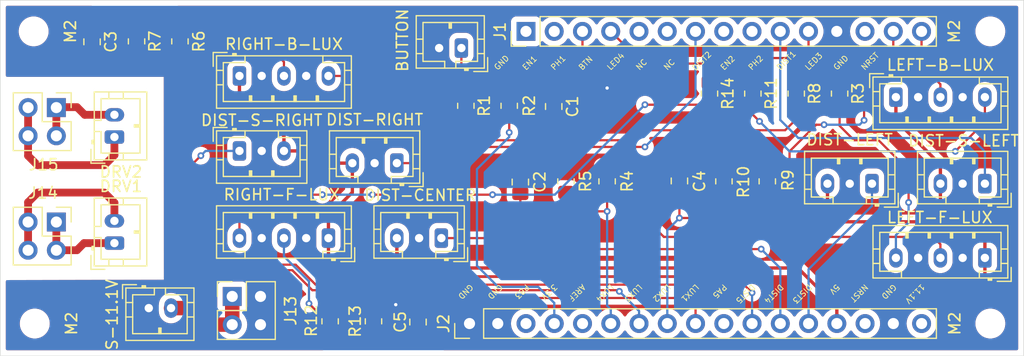
<source format=kicad_pcb>
(kicad_pcb (version 20241229) (generator "pcbnew") (generator_version "9.0")
  (title_block (title "MiniSumo Connectors Board") (date "2025-03-08") (rev "1") (company "Krzysztof Tomicki"))
  (layers (0 "F.Cu" signal) (2 "B.Cu" signal) (13 "F.Paste" user) (15 "B.Paste" user) (5 "F.SilkS" user "F.Silkscreen") (7 "B.SilkS" user "B.Silkscreen") (1 "F.Mask" user) (3 "B.Mask" user) (25 "Edge.Cuts" user))
  (net 0 "")
  (net 1 "GND")
  (net 2 "BUTTON")
  (net 3 "luxUP-3V3")
  (net 4 "luxDOWN-3V3")
  (net 5 "luxLEFT-3V3")
  (net 6 "luxRIGHT-3V3")
  (net 7 "DISTANCE_SIDE_LEFT")
  (net 8 "EN_RIGHT")
  (net 9 "DISTANCE_RIGHT")
  (net 10 "PHASE_LEFT")
  (net 11 "LED_LEFT_FRONT")
  (net 12 "EN_LEFT")
  (net 13 "LED_RIGHT_FRONT")
  (net 14 "NRST")
  (net 16 "LED_LEFT_BACK")
  (net 17 "PHASE_RIGHT")
  (net 19 "LED_RIGHT_BACK")
  (net 20 "+5V")
  (net 21 "+3V3")
  (net 22 "DISTANCE_SIDE_RIGHT")
  (net 23 "DISTANCE_LEFT")
  (net 24 "PB3")
  (net 25 "DISTANCE_CENTER")
  (net 26 "AREF")
  (net 27 "PA5")
  (net 28 "+11.1V")
  (net 29 "Net-(J8-Pin_1)")
  (net 30 "luxUP-5V")
  (net 31 "Net-(J9-Pin_5)")
  (net 32 "luxDOWN-5V")
  (net 33 "Net-(J10-Pin_5)")
  (net 34 "Net-(J11-Pin_5)")
  (net 35 "luxLEFT-5V")
  (net 36 "luxRIGHT-5V")
  (net 37 "Net-(J12-Pin_5)")
  (net 38 "DRV1_OUT1")
  (net 39 "DRV1_OUT2")
  (net 40 "DRV2_OUT2")
  (net 41 "DRV2_OUT1")
  (net 42 "unconnected-(J2-Pin_17-Pad17)")
  (footprint "Connector_JST:JST_PH_B3B-PH-K_1x03_P2.00mm_Vertical" (layer "F.Cu") (at 195.91 45.51 180)
    (property "Reference" "DIST-LEFT")
    (property "Value" "distance_left" (hide yes))
  )
  (footprint "Connector_PinHeader_2.54mm:PinHeader_2x02_P2.54mm_Vertical" (layer "F.Cu") (at 138.4 55.66)
    (property "Reference" "J13")
    (property "Value" "screw" (hide yes))
  )
  (footprint "Connector_PinHeader_2.54mm:PinHeader_2x02_P2.54mm_Vertical" (layer "F.Cu") (at 122.59 48.96 -90)
    (property "Reference" "J14")
    (property "Value" "screw" (hide yes))
  )
  (footprint "Connector_PinHeader_2.54mm:PinHeader_2x02_P2.54mm_Vertical" (layer "F.Cu") (at 122.59 38.66 -90)
    (property "Reference" "J15")
    (property "Value" "screw" (hide yes))
  )
  (footprint "Connector_JST:JST_PH_B5B-PH-K_1x05_P2.00mm_Vertical" (layer "F.Cu") (at 198.06 37.72)
    (property "Reference" "LEFT-B-LUX")
    (property "Value" "lux_left_back" (hide yes))
  )
  (footprint "Connector_JST:JST_PH_B5B-PH-K_1x05_P2.00mm_Vertical" (layer "F.Cu") (at 147.05 50.41 180)
    (property "Reference" "RIGHT-F-LUX")
    (property "Value" "lux_right_front" (hide yes))
  )
  (footprint "Resistor_SMD:R_0805_2012Metric_Pad1.20x1.40mm_HandSolder" (layer "F.Cu") (at 159.4 38.5 -90)
    (property "Reference" "R1")
    (property "Value" "1k")
  )
  (footprint "Capacitor_SMD:C_0805_2012Metric_Pad1.18x1.45mm_HandSolder" (layer "F.Cu") (at 167.3 38.5625 -90)
    (property "Reference" "C1")
    (property "Value" "100nF")
  )
  (footprint "Connector_PinHeader_2.54mm:PinHeader_1x17_P2.54mm_Vertical" (layer "F.Cu") (at 159.73 58.1 90)
    (property "Reference" "J2")
    (property "Value" "Screw_Terminal_01x17" (hide yes))
  )
  (footprint "Resistor_SMD:R_0805_2012Metric_Pad1.20x1.40mm_HandSolder" (layer "F.Cu") (at 147.2 57.9 -90)
    (property "Reference" "R12")
    (property "Value" "10k")
  )
  (footprint "Connector_JST:JST_PH_B2B-PH-K_1x02_P2.00mm_Vertical" (layer "F.Cu") (at 127.81 50.86 90)
    (property "Reference" "DRV1")
    (property "Value" "JST" (hide yes))
  )
  (footprint "Capacitor_SMD:C_0805_2012Metric_Pad1.18x1.45mm_HandSolder" (layer "F.Cu") (at 164.3 45.3625 90)
    (property "Reference" "C2")
    (property "Value" "100NF")
  )
  (footprint "Connector_PinHeader_2.54mm:PinHeader_1x15_P2.54mm_Vertical" (layer "F.Cu") (at 164.805 31.8 90)
    (property "Reference" "J1")
    (property "Value" "Screw_Terminal_01x15" (hide yes))
  )
  (footprint "MountingHole:MountingHole_2.2mm_M2" (layer "F.Cu") (at 120.65 58.1)
    (property "Reference" "M2")
    (property "Value" "MountingHole_2.2mm_M2" (hide yes))
  )
  (footprint "Connector_JST:JST_PH_B2B-PH-K_1x02_P2.00mm_Vertical" (layer "F.Cu") (at 159 33.3 180)
    (property "Reference" "BUTTON")
    (property "Value" "button" (hide yes))
  )
  (footprint "Capacitor_SMD:C_0805_2012Metric_Pad1.18x1.45mm_HandSolder" (layer "F.Cu") (at 155.1 57.9625 90)
    (property "Reference" "C5")
    (property "Value" "100NF")
  )
  (footprint "Connector_JST:JST_PH_B3B-PH-K_1x03_P2.00mm_Vertical" (layer "F.Cu") (at 157.2 50.41 180)
    (property "Reference" "DIST-CENTER")
    (property "Value" "distance center" (hide yes))
  )
  (footprint "Capacitor_SMD:C_0805_2012Metric_Pad1.18x1.45mm_HandSolder" (layer "F.Cu") (at 178.6 45.2625 90)
    (property "Reference" "C4")
    (property "Value" "100NF")
  )
  (footprint "Connector_JST:JST_PH_B3B-PH-K_1x03_P2.00mm_Vertical" (layer "F.Cu") (at 206.06 45.51 180)
    (property "Reference" "DIST-S-LEFT")
    (property "Value" "distance_side_left" (hide yes))
  )
  (footprint "Resistor_SMD:R_0805_2012Metric_Pad1.20x1.40mm_HandSolder" (layer "F.Cu") (at 185.2 37.4 -90)
    (property "Reference" "R11")
    (property "Value" "100")
  )
  (footprint "Connector_JST:JST_PH_B5B-PH-K_1x05_P2.00mm_Vertical" (layer "F.Cu") (at 206.06 52.19 180)
    (property "Reference" "LEFT-F-LUX")
    (property "Value" "lux_left_front" (hide yes))
  )
  (footprint "Resistor_SMD:R_0805_2012Metric_Pad1.20x1.40mm_HandSolder" (layer "F.Cu") (at 168.4 45.3 90)
    (property "Reference" "R5")
    (property "Value" "20k")
  )
  (footprint "Resistor_SMD:R_0805_2012Metric_Pad1.20x1.40mm_HandSolder" (layer "F.Cu") (at 182.6 45.3 90)
    (property "Reference" "R10")
    (property "Value" "20k")
  )
  (footprint "Resistor_SMD:R_0805_2012Metric_Pad1.20x1.40mm_HandSolder" (layer "F.Cu") (at 172.1 45.3 -90)
    (property "Reference" "R4")
    (property "Value" "10k")
  )
  (footprint "Resistor_SMD:R_0805_2012Metric_Pad1.20x1.40mm_HandSolder" (layer "F.Cu") (at 193 37.4 -90)
    (property "Reference" "R3")
    (property "Value" "100")
  )
  (footprint "Connector_JST:JST_PH_B3B-PH-K_1x03_P2.00mm_Vertical" (layer "F.Cu") (at 153.2 43.66 180)
    (property "Reference" "DIST-RIGHT")
    (property "Value" "distance_right" (hide yes))
  )
  (footprint "Resistor_SMD:R_0805_2012Metric_Pad1.20x1.40mm_HandSolder" (layer "F.Cu") (at 133.7 32.7 90)
    (property "Reference" "R6")
    (property "Value" "10k")
  )
  (footprint "Connector_JST:JST_PH_B2B-PH-K_1x02_P2.00mm_Vertical" (layer "F.Cu") (at 130.9 56.71)
    (property "Reference" "S-11.1V")
    (property "Value" "JST" (hide yes))
  )
  (footprint "Capacitor_SMD:C_0805_2012Metric_Pad1.18x1.45mm_HandSolder" (layer "F.Cu") (at 125.8 32.7375 -90)
    (property "Reference" "C3")
    (property "Value" "100NF")
  )
  (footprint "MountingHole:MountingHole_2.2mm_M2" (layer "F.Cu") (at 120.55 31.8)
    (property "Reference" "M2")
    (property "Value" "MountingHole_2.2mm_M2" (hide yes))
  )
  (footprint "MountingHole:MountingHole_2.2mm_M2" (layer "F.Cu") (at 206.55 58.1)
    (property "Reference" "M2")
    (property "Value" "MountingHole_2.2mm_M2" (hide yes))
  )
  (footprint "Resistor_SMD:R_0805_2012Metric_Pad1.20x1.40mm_HandSolder" (layer "F.Cu") (at 186.5 45.3 -90)
    (property "Reference" "R9")
    (property "Value" "10k")
  )
  (footprint "Resistor_SMD:R_0805_2012Metric_Pad1.20x1.40mm_HandSolder" (layer "F.Cu") (at 163.3 38.5 90)
    (property "Reference" "R2")
    (property "Value" "10k")
  )
  (footprint "MountingHole:MountingHole_2.2mm_M2" (layer "F.Cu") (at 206.55 31.8)
    (property "Reference" "M2")
    (property "Value" "MountingHole_2.2mm_M2" (hide yes))
  )
  (footprint "Resistor_SMD:R_0805_2012Metric_Pad1.20x1.40mm_HandSolder" (layer "F.Cu") (at 151.1 57.9 90)
    (property "Reference" "R13")
    (property "Value" "20k")
  )
  (footprint "Resistor_SMD:R_0805_2012Metric_Pad1.20x1.40mm_HandSolder" (layer "F.Cu") (at 189.1 37.4 -90)
    (property "Reference" "R8")
    (property "Value" "100")
  )
  (footprint "Connector_JST:JST_PH_B3B-PH-K_1x03_P2.00mm_Vertical" (layer "F.Cu") (at 139.05 42.56)
    (property "Reference" "DIST-S-RIGHT")
    (property "Value" "distance_side_right" (hide yes))
  )
  (footprint "Resistor_SMD:R_0805_2012Metric_Pad1.20x1.40mm_HandSolder" (layer "F.Cu") (at 181.3 37.4 -90)
    (property "Reference" "R14")
    (property "Value" "100")
  )
  (footprint "Connector_JST:JST_PH_B2B-PH-K_1x02_P2.00mm_Vertical" (layer "F.Cu") (at 127.81 41.31 90)
    (property "Reference" "DRV2")
    (property "Value" "JST" (hide yes))
  )
  (footprint "Connector_JST:JST_PH_B5B-PH-K_1x05_P2.00mm_Vertical" (layer "F.Cu") (at 139.05 35.81)
    (property "Reference" "RIGHT-B-LUX")
    (property "Value" "lux_right_back" (hide yes))
  )
  (footprint "Resistor_SMD:R_0805_2012Metric_Pad1.20x1.40mm_HandSolder" (layer "F.Cu") (at 129.8 32.7 -90)
    (property "Reference" "R7")
    (property "Value" "20k")
  )
  (gr_rect (start 117.55 29) (end 209.55 61) (stroke (width 0.05)) (fill no) (layer "Edge.Cuts"))
  (gr_text "EN1" (at 164.8 35.4 45) (layer "F.SilkS") (effects (font (size 0.5 0.5) (thickness 0.075)) (justify left bottom)))
  (gr_text "5V" (at 192.7 54.45 -135) (layer "F.SilkS") (effects (font (size 0.5 0.5) (thickness 0.075)) (justify left bottom)))
  (gr_text "PH1" (at 167.35 35.4 45) (layer "F.SilkS") (effects (font (size 0.5 0.5) (thickness 0.075)) (justify left bottom)))
  (gr_text "LUX1" (at 180.05 54.45 -135) (layer "F.SilkS") (effects (font (size 0.5 0.5) (thickness 0.075)) (justify left bottom)))
  (gr_text "11.1V" (at 200.35 54.45 -135) (layer "F.SilkS") (effects (font (size 0.5 0.5) (thickness 0.075)) (justify left bottom)))
  (gr_text "AREF" (at 169.85 54.45 -135) (layer "F.SilkS") (effects (font (size 0.5 0.5) (thickness 0.075)) (justify left bottom)))
  (gr_text "LED3" (at 190.2 35.4 45) (layer "F.SilkS") (effects (font (size 0.5 0.5) (thickness 0.075)) (justify left bottom)))
  (gr_text "NRST" (at 195.25 54.45 -135) (layer "F.SilkS") (effects (font (size 0.5 0.5) (thickness 0.075)) (justify left bottom)))
  (gr_text "GND\n" (at 192.75 35.4 45) (layer "F.SilkS") (effects (font (size 0.5 0.5) (thickness 0.075)) (justify left bottom)))
  (gr_text "DIST4" (at 187.65 54.45 -135) (layer "F.SilkS") (effects (font (size 0.5 0.5) (thickness 0.075)) (justify left bottom)))
  (gr_text "NRST" (at 195.25 35.4 45) (layer "F.SilkS") (effects (font (size 0.5 0.5) (thickness 0.075)) (justify left bottom)))
  (gr_text "LED4" (at 172.4 35.4 45) (layer "F.SilkS") (effects (font (size 0.5 0.5) (thickness 0.075)) (justify left bottom)))
  (gr_text "DIST5" (at 185.1 54.45 -135) (layer "F.SilkS") (effects (font (size 0.5 0.5) (thickness 0.075)) (justify left bottom)))
  (gr_text "LUX2" (at 177.5 54.45 -135) (layer "F.SilkS") (effects (font (size 0.5 0.5) (thickness 0.075)) (justify left bottom)))
  (gr_text "NC" (at 175 35.4 45) (layer "F.SilkS") (effects (font (size 0.5 0.5) (thickness 0.075)) (justify left bottom)))
  (gr_text "3.3V" (at 167.3 54.45 -135) (layer "F.SilkS") (effects (font (size 0.5 0.5) (thickness 0.075)) (justify left bottom)))
  (gr_text "LUX3" (at 174.95 54.45 -135) (layer "F.SilkS") (effects (font (size 0.5 0.5) (thickness 0.075)) (justify left bottom)))
  (gr_text "GND" (at 197.8 54.45 -135) (layer "F.SilkS") (effects (font (size 0.5 0.5) (thickness 0.075)) (justify left bottom)))
  (gr_text "GND" (at 162.4 54.45 -135) (layer "F.SilkS") (effects (font (size 0.5 0.5) (thickness 0.075)) (justify left bottom)))
  (gr_text "GND" (at 162.25 35.4 45) (layer "F.SilkS") (effects (font (size 0.5 0.5) (thickness 0.075)) (justify left bottom)))
  (gr_text "PB3" (at 164.8 54.45 -135) (layer "F.SilkS") (effects (font (size 0.5 0.5) (thickness 0.075)) (justify left bottom)))
  (gr_text "GND" (at 159.75 54.45 -135) (layer "F.SilkS") (effects (font (size 0.5 0.5) (thickness 0.075)) (justify left bottom)))
  (gr_text "DIST2" (at 180.05 35.45 45) (layer "F.SilkS") (effects (font (size 0.5 0.5) (thickness 0.075)) (justify left bottom)))
  (gr_text "BTN" (at 169.85 35.4 45) (layer "F.SilkS") (effects (font (size 0.5 0.5) (thickness 0.075)) (justify left bottom)))
  (gr_text "LUX4" (at 172.4 54.45 -135) (layer "F.SilkS") (effects (font (size 0.5 0.5) (thickness 0.075)) (justify left bottom)))
  (gr_text "NC" (at 177.5 35.4 45) (layer "F.SilkS") (effects (font (size 0.5 0.5) (thickness 0.075)) (justify left bottom)))
  (gr_text "PH2" (at 185.1 35.4 45) (layer "F.SilkS") (effects (font (size 0.5 0.5) (thickness 0.075)) (justify left bottom)))
  (gr_text "PA5" (at 182.55 54.45 -135) (layer "F.SilkS") (effects (font (size 0.5 0.5) (thickness 0.075)) (justify left bottom)))
  (gr_text "DIST3" (at 190.2 54.45 -135) (layer "F.SilkS") (effects (font (size 0.5 0.5) (thickness 0.075)) (justify left bottom)))
  (gr_text "EN2" (at 182.6 35.4 45) (layer "F.SilkS") (effects (font (size 0.5 0.5) (thickness 0.075)) (justify left bottom)))
  (gr_text "DIST1" (at 187.65 35.4 45) (layer "F.SilkS") (effects (font (size 0.5 0.5) (thickness 0.075)) (justify left bottom)))
  (via (at 153.1 56.4) (size 0.6) (drill 0.3) (layers "F.Cu" "B.Cu") (net 1))
  (via (at 172.1 36.9) (size 0.6) (drill 0.3) (layers "F.Cu" "B.Cu") (net 1))
  (segment (start 163.3 35.8) (end 160.2 35.8) (width 0.2) (layer "F.Cu") (net 2))
  (segment (start 169.885 34.915) (end 169 35.8) (width 0.2) (layer "F.Cu") (net 2))
  (segment (start 167.4 35.8) (end 163.3 35.8) (width 0.2) (layer "F.Cu") (net 2))
  (segment (start 167.3 37.525) (end 167.3 35.9) (width 0.2) (layer "F.Cu") (net 2))
  (segment (start 169.885 31.8) (end 169.885 34.915) (width 0.2) (layer "F.Cu") (net 2))
  (segment (start 163.3 37.5) (end 163.3 35.8) (width 0.2) (layer "F.Cu") (net 2))
  (segment (start 159.4 36.6) (end 159.4 37.5) (width 0.2) (layer "F.Cu") (net 2))
  (segment (start 169 35.8) (end 167.4 35.8) (width 0.2) (layer "F.Cu") (net 2))
  (segment (start 169.87 31.82) (end 169.89 31.8) (width 0.2) (layer "F.Cu") (net 2))
  (segment (start 160.2 35.8) (end 159.4 36.6) (width 0.2) (layer "F.Cu") (net 2))
  (segment (start 168.7 46.6) (end 168.4 46.3) (width 0.2) (layer "F.Cu") (net 3))
  (segment (start 168.4 46.3) (end 168.4 48) (width 0.2) (layer "F.Cu") (net 3))
  (segment (start 172.1 48) (end 172.1 46.675) (width 0.2) (layer "F.Cu") (net 3))
  (segment (start 164.3 47.6) (end 164.3 46.4) (width 0.2) (layer "F.Cu") (net 3))
  (segment (start 168.4 48) (end 164.7 48) (width 0.2) (layer "F.Cu") (net 3))
  (segment (start 164.7 48) (end 164.3 47.6) (width 0.2) (layer "F.Cu") (net 3))
  (segment (start 172.41 58.08) (end 172.43 58.1) (width 0.2) (layer "F.Cu") (net 3))
  (segment (start 172.1 48) (end 168.4 48) (width 0.2) (layer "F.Cu") (net 3))
  (via (at 172.1 48) (size 0.6) (drill 0.3) (layers "F.Cu" "B.Cu") (net 3))
  (segment (start 172.1 48) (end 172.1 56.5) (width 0.2) (layer "B.Cu") (net 3))
  (segment (start 172.1 56.5) (end 172.43 56.83) (width 0.2) (layer "B.Cu") (net 3))
  (segment (start 172.43 56.83) (end 172.43 58.1) (width 0.2) (layer "B.Cu") (net 3))
  (segment (start 174.95 58.08) (end 174.97 58.1) (width 0.2) (layer "F.Cu") (net 4))
  (segment (start 125.8 31.7) (end 125.8 30.6) (width 0.2) (layer "F.Cu") (net 4))
  (segment (start 134.3 51.6) (end 134.3 36.7) (width 0.2) (layer "F.Cu") (net 4))
  (segment (start 129.8 31.7) (end 129.8 30.2) (width 0.2) (layer "F.Cu") (net 4))
  (segment (start 134.3 36.7) (end 131.7 34.1) (width 0.2) (layer "F.Cu") (net 4))
  (segment (start 126.2 30.2) (end 129.8 30.2) (width 0.2) (layer "F.Cu") (net 4))
  (segment (start 131.7 30.2) (end 129.8 30.2) (width 0.2) (layer "F.Cu") (net 4))
  (segment (start 133.7 30.8) (end 133.1 30.2) (width 0.2) (layer "F.Cu") (net 4))
  (segment (start 173.2 55.2) (end 173.1 55.1) (width 0.2) (layer "F.Cu") (net 4))
  (segment (start 173.1 55.1) (end 145.6 55.1) (width 0.2) (layer "F.Cu") (net 4))
  (segment (start 133.1 30.2) (end 131.7 30.2) (width 0.2) (layer "F.Cu") (net 4))
  (segment (start 125.8 30.6) (end 126.2 30.2) (width 0.2) (layer "F.Cu") (net 4))
  (segment (start 145.6 55.1) (end 143.8 53.3) (width 0.2) (layer "F.Cu") (net 4))
  (segment (start 131.7 34.1) (end 131.7 30.2) (width 0.2) (layer "F.Cu") (net 4))
  (segment (start 133.7 31.7) (end 133.7 30.8) (width 0.2) (layer "F.Cu") (net 4))
  (segment (start 136 53.3) (end 134.3 51.6) (width 0.2) (layer "F.Cu") (net 4))
  (segment (start 143.8 53.3) (end 136 53.3) (width 0.2) (layer "F.Cu") (net 4))
  (via (at 173.2 55.2) (size 0.6) (drill 0.3) (layers "F.Cu" "B.Cu") (net 4))
  (segment (start 173.2 55.2) (end 174.97 56.97) (width 0.2) (layer "B.Cu") (net 4))
  (segment (start 174.97 56.97) (end 174.97 58.1) (width 0.2) (layer "B.Cu") (net 4))
  (segment (start 186.5 46.3) (end 186.5 48.1) (width 0.2) (layer "F.Cu") (net 5))
  (segment (start 178.6 46.3) (end 178.6 48.6) (width 0.2) (layer "F.Cu") (net 5))
  (segment (start 182.6 48.6) (end 178.6 48.6) (width 0.2) (layer "F.Cu") (net 5))
  (segment (start 186.5 48.1) (end 186 48.6) (width 0.2) (layer "F.Cu") (net 5))
  (segment (start 182.6 46.3) (end 182.6 48.6) (width 0.2) (layer "F.Cu") (net 5))
  (segment (start 186 48.6) (end 182.6 48.6) (width 0.2) (layer "F.Cu") (net 5))
  (segment (start 177.49 58.08) (end 177.51 58.1) (width 0.2) (layer "F.Cu") (net 5))
  (via (at 178.6 48.6) (size 0.6) (drill 0.3) (layers "F.Cu" "B.Cu") (net 5))
  (segment (start 177.51 49.69) (end 177.51 58.1) (width 0.2) (layer "B.Cu") (net 5))
  (segment (start 178.6 48.6) (end 177.51 49.69) (width 0.2) (layer "B.Cu") (net 5))
  (segment (start 180.05 56.65) (end 180.05 58.1) (width 0.2) (layer "F.Cu") (net 6))
  (segment (start 147.2 58.9) (end 147.2 60.1) (width 0.2) (layer "F.Cu") (net 6))
  (segment (start 180.03 58.08) (end 180.05 58.1) (width 0.2) (layer "F.Cu") (net 6))
  (segment (start 147.2 60.1) (end 147.4 60.3) (width 0.2) (layer "F.Cu") (net 6))
  (segment (start 155.1 60.3) (end 156.5 60.3) (width 0.2) (layer "F.Cu") (net 6))
  (segment (start 157.3 59.5) (end 157.3 56.6) (width 0.2) (layer "F.Cu") (net 6))
  (segment (start 158.1 55.8) (end 179.2 55.8) (width 0.2) (layer "F.Cu") (net 6))
  (segment (start 151.1 60.3) (end 155.1 60.3) (width 0.2) (layer "F.Cu") (net 6))
  (segment (start 151.1 58.9) (end 151.1 60.3) (width 0.2) (layer "F.Cu") (net 6))
  (segment (start 157.3 56.6) (end 158.1 55.8) (width 0.2) (layer "F.Cu") (net 6))
  (segment (start 156.5 60.3) (end 157.3 59.5) (width 0.2) (layer "F.Cu") (net 6))
  (segment (start 155.1 59) (end 155.1 60.3) (width 0.2) (layer "F.Cu") (net 6))
  (segment (start 147.4 60.3) (end 151.1 60.3) (width 0.2) (layer "F.Cu") (net 6))
  (segment (start 179.2 55.8) (end 180.05 56.65) (width 0.2) (layer "F.Cu") (net 6))
  (segment (start 187.65 31.82) (end 187.67 31.8) (width 0.2) (layer "F.Cu") (net 7))
  (segment (start 206.06 45.51) (end 206.06 42.63) (width 0.2) (layer "B.Cu") (net 7))
  (segment (start 206.06 42.63) (end 204.83 41.4) (width 0.2) (layer "B.Cu") (net 7))
  (segment (start 189.29 41.4) (end 187.665 39.775) (width 0.2) (layer "B.Cu") (net 7))
  (segment (start 187.665 39.775) (end 187.665 31.8) (width 0.2) (layer "B.Cu") (net 7))
  (segment (start 204.83 41.4) (end 189.29 41.4) (width 0.2) (layer "B.Cu") (net 7))
  (segment (start 182.57 31.82) (end 182.59 31.8) (width 0.2) (layer "F.Cu") (net 8))
  (segment (start 175.5 42.2) (end 156.12 42.2) (width 0.2) (layer "F.Cu") (net 9))
  (segment (start 154.66 43.66) (end 153.2 43.66) (width 0.2) (layer "F.Cu") (net 9))
  (segment (start 180.03 31.82) (end 180.05 31.8) (width 0.2) (layer "F.Cu") (net 9))
  (segment (start 156.12 42.2) (end 154.66 43.66) (width 0.2) (layer "F.Cu") (net 9))
  (via (at 175.5 42.2) (size 0.6) (drill 0.3) (layers "F.Cu" "B.Cu") (net 9))
  (segment (start 175.5 42.2) (end 180.045 37.655) (width 0.2) (layer "B.Cu") (net 9))
  (segment (start 180.045 37.655) (end 180.045 31.8) (width 0.2) (layer "B.Cu") (net 9))
  (segment (start 167.33 31.82) (end 167.35 31.8) (width 0.2) (layer "F.Cu") (net 10))
  (segment (start 193.4 34.9) (end 193 35.3) (width 0.2) (layer "F.Cu") (net 11))
  (segment (start 200.365 31.8) (end 200.365 34.135) (width 0.2) (layer "F.Cu") (net 11))
  (segment (start 199.6 34.9) (end 193.4 34.9) (width 0.2) (layer "F.Cu") (net 11))
  (segment (start 200.35 31.82) (end 200.37 31.8) (width 0.2) (layer "F.Cu") (net 11))
  (segment (start 193 35.3) (end 193 36.4) (width 0.2) (layer "F.Cu") (net 11))
  (segment (start 200.365 34.135) (end 199.6 34.9) (width 0.2) (layer "F.Cu") (net 11))
  (segment (start 164.79 31.82) (end 164.81 31.8) (width 0.2) (layer "F.Cu") (net 12))
  (segment (start 175.325 34.7) (end 180.8 34.7) (width 0.2) (layer "F.Cu") (net 13))
  (segment (start 180.8 34.7) (end 181.3 35.2) (width 0.2) (layer "F.Cu") (net 13))
  (segment (start 181.3 35.2) (end 181.3 36.4) (width 0.2) (layer "F.Cu") (net 13))
  (segment (start 172.425 31.8) (end 175.325 34.7) (width 0.2) (layer "F.Cu") (net 13))
  (segment (start 172.41 31.82) (end 172.43 31.8) (width 0.2) (layer "F.Cu") (net 13))
  (segment (start 195.27 31.82) (end 195.29 31.8) (width 0.2) (layer "F.Cu") (net 14))
  (segment (start 195.27 58.08) (end 195.29 58.1) (width 0.2) (layer "F.Cu") (net 14))
  (segment (start 190.205 31.8) (end 190.205 33.395) (width 0.2) (layer "F.Cu") (net 16))
  (segment (start 190.205 33.395) (end 189.4 34.2) (width 0.2) (layer "F.Cu") (net 16))
  (segment (start 185.2 35) (end 185.2 36.4) (width 0.2) (layer "F.Cu") (net 16))
  (segment (start 186 34.2) (end 185.2 35) (width 0.2) (layer "F.Cu") (net 16))
  (segment (start 189.4 34.2) (end 186 34.2) (width 0.2) (layer "F.Cu") (net 16))
  (segment (start 190.19 31.82) (end 190.21 31.8) (width 0.2) (layer "F.Cu") (net 16))
  (segment (start 185.11 31.82) (end 185.13 31.8) (width 0.2) (layer "F.Cu") (net 17))
  (segment (start 189.1 35.5) (end 189.1 36.4) (width 0.2) (layer "F.Cu") (net 19))
  (segment (start 197.825 31.8) (end 197.825 33.775) (width 0.2) (layer "F.Cu") (net 19))
  (segment (start 197.81 31.82) (end 197.83 31.8) (width 0.2) (layer "F.Cu") (net 19))
  (segment (start 197.825 33.775) (end 197.2 34.4) (width 0.2) (layer "F.Cu") (net 19))
  (segment (start 197.2 34.4) (end 190.2 34.4) (width 0.2) (layer "F.Cu") (net 19))
  (segment (start 190.2 34.4) (end 189.1 35.5) (width 0.2) (layer "F.Cu") (net 19))
  (segment (start 206.06 52.19) (end 206.06 49.74) (width 0.3) (layer "F.Cu") (net 20))
  (segment (start 192.89 48.94) (end 191.91 47.96) (width 0.3) (layer "F.Cu") (net 20))
  (segment (start 203.01 48.94) (end 192.89 48.94) (width 0.3) (layer "F.Cu") (net 20))
  (segment (start 203.01 48.94) (end 202.06 47.99) (width 0.3) (layer "F.Cu") (net 20))
  (segment (start 202.06 47.99) (end 202.06 45.51) (width 0.3) (layer "F.Cu") (net 20))
  (segment (start 202.06 43.8) (end 198.06 39.8) (width 0.3) (layer "F.Cu") (net 20))
  (segment (start 191.91 47.96) (end 191.91 45.51) (width 0.3) (layer "F.Cu") (net 20))
  (segment (start 206.06 49.74) (end 205.26 48.94) (width 0.3) (layer "F.Cu") (net 20))
  (segment (start 147.05 51.95) (end 147.05 50.41) (width 0.3) (layer "F.Cu") (net 20))
  (segment (start 147.05 50.41) (end 147.05 48.44) (width 0.3) (layer "F.Cu") (net 20))
  (segment (start 192.75 56.6) (end 194.14 55.21) (width 0.3) (layer "F.Cu") (net 20))
  (segment (start 205.26 48.94) (end 203.01 48.94) (width 0.3) (layer "F.Cu") (net 20))
  (segment (start 148.2 53.1) (end 147.05 51.95) (width 0.3) (layer "F.Cu") (net 20))
  (segment (start 139.05 37.23) (end 139.05 35.81) (width 0.3) (layer "F.Cu") (net 20))
  (segment (start 206.06 53.99) (end 206.06 52.19) (width 0.3) (layer "F.Cu") (net 20))
  (segment (start 189.23 53.1) (end 154.55 53.1) (width 0.3) (layer "F.Cu") (net 20))
  (segment (start 202.06 45.51) (end 202.06 43.8) (width 0.3) (layer "F.Cu") (net 20))
  (segment (start 143.05 42.56) (end 143.05 41.23) (width 0.3) (layer "F.Cu") (net 20))
  (segment (start 192.75 58.1) (end 192.75 56.6) (width 0.3) (layer "F.Cu") (net 20))
  (segment (start 143.05 41.23) (end 139.05 37.23) (width 0.3) (layer "F.Cu") (net 20))
  (segment (start 198.06 39.8) (end 198.06 37.72) (width 0.3) (layer "F.Cu") (net 20))
  (segment (start 147.05 48.44) (end 149.2 46.29) (width 0.3) (layer "F.Cu") (net 20))
  (segment (start 189.24 53.09) (end 189.23 53.1) (width 0.3) (layer "F.Cu") (net 20))
  (segment (start 192.75 56.6) (end 189.24 53.09) (width 0.3) (layer "F.Cu") (net 20))
  (segment (start 153.2 51.75) (end 153.2 50.41) (width 0.3) (layer "F.Cu") (net 20))
  (segment (start 145.79 42.56) (end 143.05 42.56) (width 0.3) (layer "F.Cu") (net 20))
  (segment (start 149.2 46.29) (end 149.2 43.66) (width 0.3) (layer "F.Cu") (net 20))
  (segment (start 154.55 53.1) (end 153.2 51.75) (width 0.3) (layer "F.Cu") (net 20))
  (segment (start 194.14 55.21) (end 204.84 55.21) (width 0.3) (layer "F.Cu") (net 20))
  (segment (start 146.89 43.66) (end 145.79 42.56) (width 0.3) (layer "F.Cu") (net 20))
  (segment (start 154.55 53.1) (end 148.2 53.1) (width 0.3) (layer "F.Cu") (net 20))
  (segment (start 149.2 43.66) (end 146.89 43.66) (width 0.3) (layer "F.Cu") (net 20))
  (segment (start 204.84 55.21) (end 206.06 53.99) (width 0.3) (layer "F.Cu") (net 20))
  (segment (start 167.33 58.08) (end 167.35 58.1) (width 0.2) (layer "F.Cu") (net 21))
  (segment (start 163.3 40.9) (end 163.3 39.5) (width 0.2) (layer "F.Cu") (net 21))
  (via (at 163.3 40.9) (size 0.6) (drill 0.3) (layers "F.Cu" "B.Cu") (net 21))
  (segment (start 167.35 56.25) (end 167.35 58.1) (width 0.2) (layer "B.Cu") (net 21))
  (segment (start 165.9 54.8) (end 167.35 56.25) (width 0.2) (layer "B.Cu") (net 21))
  (segment (start 162.3 54.8) (end 165.9 54.8) (width 0.2) (layer "B.Cu") (net 21))
  (segment (start 163.3 40.9) (end 163.3 41.3) (width 0.2) (layer "B.Cu") (net 21))
  (segment (start 160.4 44.2) (end 160.4 52.9) (width 0.2) (layer "B.Cu") (net 21))
  (segment (start 163.3 41.3) (end 160.4 44.2) (width 0.2) (layer "B.Cu") (net 21))
  (segment (start 160.4 52.9) (end 162.3 54.8) (width 0.2) (layer "B.Cu") (net 21))
  (segment (start 185.13 55.33) (end 184.4 54.6) (width 0.2) (layer "F.Cu") (net 22))
  (segment (start 144.1 52.8) (end 136.2 52.8) (width 0.2) (layer "F.Cu") (net 22))
  (segment (start 134.9 51.5) (end 134.9 43.67) (width 0.2) (layer "F.Cu") (net 22))
  (segment (start 134.9 43.67) (end 135.58 42.99) (width 0.2) (layer "F.Cu") (net 22))
  (segment (start 185.11 58.08) (end 185.13 58.1) (width 0.2) (layer "F.Cu") (net 22))
  (segment (start 184.4 54.6) (end 145.9 54.6) (width 0.2) (layer "F.Cu") (net 22))
  (segment (start 145.9 54.6) (end 144.1 52.8) (width 0.2) (layer "F.Cu") (net 22))
  (segment (start 136.2 52.8) (end 134.9 51.5) (width 0.2) (layer "F.Cu") (net 22))
  (via (at 135.58 42.99) (size 0.6) (drill 0.3) (layers "F.Cu" "B.Cu") (net 22))
  (via (at 185.13 55.33) (size 0.6) (drill 0.3) (layers "F.Cu" "B.Cu") (net 22))
  (segment (start 135.58 42.99) (end 136.01 42.56) (width 0.2) (layer "B.Cu") (net 22))
  (segment (start 185.13 55.33) (end 185.13 58.1) (width 0.2) (layer "B.Cu") (net 22))
  (segment (start 136.01 42.56) (end 139.05 42.56) (width 0.2) (layer "B.Cu") (net 22))
  (segment (start 190.19 58.08) (end 190.21 58.1) (width 0.2) (layer "F.Cu") (net 23))
  (segment (start 195.91 47.51) (end 190.21 53.21) (width 0.2) (layer "B.Cu") (net 23))
  (segment (start 195.91 45.51) (end 195.91 47.51) (width 0.2) (layer "B.Cu") (net 23))
  (segment (start 190.21 53.21) (end 190.21 58.1) (width 0.2) (layer "B.Cu") (net 23))
  (segment (start 164.79 58.08) (end 164.81 58.1) (width 0.2) (layer "F.Cu") (net 24))
  (segment (start 161.91 50.41) (end 157.2 50.41) (width 0.2) (layer "F.Cu") (net 25))
  (segment (start 162.9 51.4) (end 161.91 50.41) (width 0.2) (layer "F.Cu") (net 25))
  (segment (start 187.65 58.08) (end 187.67 58.1) (width 0.2) (layer "F.Cu") (net 25))
  (segment (start 185.95 51.4) (end 162.9 51.4) (width 0.2) (layer "F.Cu") (net 25))
  (via (at 185.95 51.4) (size 0.6) (drill 0.3) (layers "F.Cu" "B.Cu") (net 25))
  (segment (start 187.67 53.12) (end 187.67 58.1) (width 0.2) (layer "B.Cu") (net 25))
  (segment (start 185.95 51.4) (end 187.67 53.12) (width 0.2) (layer "B.Cu") (net 25))
  (segment (start 169.87 58.08) (end 169.89 58.1) (width 0.2) (layer "F.Cu") (net 26))
  (segment (start 182.57 58.08) (end 182.59 58.1) (width 0.2) (layer "F.Cu") (net 27))
  (segment (start 136.76 58.2) (end 135.27 56.71) (width 1.3) (layer "F.Cu") (net 28))
  (segment (start 138.4 55.66) (end 138.4 58.2) (width 1.3) (layer "F.Cu") (net 28))
  (segment (start 135.27 56.71) (end 132.9 56.71) (width 1.3) (layer "F.Cu") (net 28))
  (segment (start 138.4 58.2) (end 136.76 58.2) (width 1.3) (layer "F.Cu") (net 28))
  (segment (start 157.3 36.7) (end 157.3 39.1) (width 0.2) (layer "F.Cu") (net 29))
  (segment (start 159 33.3) (end 159 35) (width 0.2) (layer "F.Cu") (net 29))
  (segment (start 157.7 39.5) (end 159.4 39.5) (width 0.2) (layer "F.Cu") (net 29))
  (segment (start 159 35) (end 157.3 36.7) (width 0.2) (layer "F.Cu") (net 29))
  (segment (start 157.3 39.1) (end 157.7 39.5) (width 0.2) (layer "F.Cu") (net 29))
  (segment (start 177.2 50.3) (end 174.95 48.05) (width 0.2) (layer "F.Cu") (net 30))
  (segment (start 174.95 48.05) (end 174.95 44.95) (width 0.2) (layer "F.Cu") (net 30))
  (segment (start 174.95 44.95) (end 174.3 44.3) (width 0.2) (layer "F.Cu") (net 30))
  (segment (start 202.06 50.96) (end 201.4 50.3) (width 0.2) (layer "F.Cu") (net 30))
  (segment (start 174.3 44.3) (end 172.1 44.3) (width 0.2) (layer "F.Cu") (net 30))
  (segment (start 201.4 50.3) (end 177.2 50.3) (width 0.2) (layer "F.Cu") (net 30))
  (segment (start 202.06 52.19) (end 202.06 50.96) (width 0.2) (layer "F.Cu") (net 30))
  (segment (start 196.5 41.6) (end 194.3 41.6) (width 0.2) (layer "F.Cu") (net 31))
  (segment (start 194.3 41.6) (end 193 40.3) (width 0.2) (layer "F.Cu") (net 31))
  (segment (start 193 40.3) (end 193 38.4) (width 0.2) (layer "F.Cu") (net 31))
  (segment (start 199.2 44.3) (end 196.5 41.6) (width 0.2) (layer "F.Cu") (net 31))
  (segment (start 199.2 47.2) (end 199.2 44.3) (width 0.2) (layer "F.Cu") (net 31))
  (via (at 199.2 47.2) (size 0.6) (drill 0.3) (layers "F.Cu" "B.Cu") (net 31))
  (segment (start 199.2 49) (end 198.06 50.14) (width 0.2) (layer "B.Cu") (net 31))
  (segment (start 198.06 50.14) (end 198.06 52.19) (width 0.2) (layer "B.Cu") (net 31))
  (segment (start 199.2 47.2) (end 199.2 49) (width 0.2) (layer "B.Cu") (net 31))
  (segment (start 142.2 33.7) (end 133.7 33.7) (width 0.2) (layer "F.Cu") (net 32))
  (segment (start 143.05 35.81) (end 143.05 34.55) (width 0.2) (layer "F.Cu") (net 32))
  (segment (start 143.05 34.55) (end 142.2 33.7) (width 0.2) (layer "F.Cu") (net 32))
  (segment (start 174.5 41.6) (end 154.8 41.6) (width 0.2) (layer "F.Cu") (net 33))
  (segment (start 189.1 38.4) (end 189.1 39.7) (width 0.2) (layer "F.Cu") (net 33))
  (segment (start 188.1 40.7) (end 175.4 40.7) (width 0.2) (layer "F.Cu") (net 33))
  (segment (start 175.4 40.7) (end 174.5 41.6) (width 0.2) (layer "F.Cu") (net 33))
  (segment (start 149.01 35.81) (end 147.05 35.81) (width 0.2) (layer "F.Cu") (net 33))
  (segment (start 154.8 41.6) (end 149.01 35.81) (width 0.2) (layer "F.Cu") (net 33))
  (segment (start 189.1 39.7) (end 188.1 40.7) (width 0.2) (layer "F.Cu") (net 33))
  (segment (start 185.2 39.3) (end 185.8 39.9) (width 0.2) (layer "F.Cu") (net 34))
  (segment (start 203.4 42.6) (end 206.06 39.94) (width 0.2) (layer "F.Cu") (net 34))
  (segment (start 185.2 38.4) (end 185.2 39.3) (width 0.2) (layer "F.Cu") (net 34))
  (segment (start 206.06 39.94) (end 206.06 37.72) (width 0.2) (layer "F.Cu") (net 34))
  (via (at 185.8 39.9) (size 0.6) (drill 0.3) (layers "F.Cu" "B.Cu") (net 34))
  (via (at 203.4 42.6) (size 0.6) (drill 0.3) (layers "F.Cu" "B.Cu") (net 34))
  (segment (start 185.8 39.9) (end 188.5 42.6) (width 0.2) (layer "B.Cu") (net 34))
  (segment (start 188.5 42.6) (end 203.4 42.6) (width 0.2) (layer "B.Cu") (net 34))
  (segment (start 187.9 44.3) (end 186.5 44.3) (width 0.2) (layer "F.Cu") (net 35))
  (segment (start 191.6 40.2) (end 190.9 40.2) (width 0.2) (layer "F.Cu") (net 35))
  (segment (start 196.6 35.9) (end 195.2 37.3) (width 0.2) (layer "F.Cu") (net 35))
  (segment (start 202.06 37.72) (end 202.06 36.56) (width 0.2) (layer "F.Cu") (net 35))
  (segment (start 190.9 40.2) (end 188.5 42.6) (width 0.2) (layer "F.Cu") (net 35))
  (segment (start 195.2 37.3) (end 195.2 39.8) (width 0.2) (layer "F.Cu") (net 35))
  (segment (start 202.06 36.56) (end 201.4 35.9) (width 0.2) (layer "F.Cu") (net 35))
  (segment (start 201.4 35.9) (end 196.6 35.9) (width 0.2) (layer "F.Cu") (net 35))
  (segment (start 188.5 43.7) (end 187.9 44.3) (width 0.2) (layer "F.Cu") (net 35))
  (segment (start 188.5 42.6) (end 188.5 43.7) (width 0.2) (layer "F.Cu") (net 35))
  (via (at 195.2 39.8) (size 0.6) (drill 0.3) (layers "F.Cu" "B.Cu") (net 35))
  (via (at 191.6 40.2) (size 0.6) (drill 0.3) (layers "F.Cu" "B.Cu") (net 35))
  (segment (start 191.6 40.2) (end 194.8 40.2) (width 0.2) (layer "B.Cu") (net 35))
  (segment (start 194.8 40.2) (end 195.2 39.8) (width 0.2) (layer "B.Cu") (net 35))
  (segment (start 145.3 56.3) (end 145.9 56.9) (width 0.2) (layer "F.Cu") (net 36))
  (segment (start 145.9 56.9) (end 147.2 56.9) (width 0.2) (layer "F.Cu") (net 36))
  (via (at 145.3 56.3) (size 0.6) (drill 0.3) (layers "F.Cu" "B.Cu") (net 36))
  (segment (start 145.3 56.3) (end 145.3 54.3) (width 0.2) (layer "B.Cu") (net 36))
  (segment (start 143.05 52.05) (end 143.05 50.41) (width 0.2) (layer "B.Cu") (net 36))
  (segment (start 145.3 54.3) (end 143.05 52.05) (width 0.2) (layer "B.Cu") (net 36))
  (segment (start 175.5 38.4) (end 181.3 38.4) (width 0.2) (layer "F.Cu") (net 37))
  (segment (start 161.8 46.5) (end 151 46.5) (width 0.2) (layer "F.Cu") (net 37))
  (segment (start 140.5 46.5) (end 139.05 47.95) (width 0.2) (layer "F.Cu") (net 37))
  (segment (start 146.5 46.5) (end 140.5 46.5) (width 0.2) (layer "F.Cu") (net 37))
  (segment (start 139.05 47.95) (end 139.05 50.41) (width 0.2) (layer "F.Cu") (net 37))
  (via (at 146.5 46.5) (size 0.6) (drill 0.3) (layers "F.Cu" "B.Cu") (net 37))
  (via (at 175.5 38.4) (size 0.6) (drill 0.3) (layers "F.Cu" "B.Cu") (net 37))
  (via (at 161.8 46.5) (size 0.6) (drill 0.3) (layers "F.Cu" "B.Cu") (net 37))
  (via (at 151 46.5) (size 0.6) (drill 0.3) (layers "F.Cu" "B.Cu") (net 37))
  (segment (start 151 46.5) (end 146.5 46.5) (width 0.2) (layer "B.Cu") (net 37))
  (segment (start 167.4 46.5) (end 161.8 46.5) (width 0.2) (layer "B.Cu") (net 37))
  (segment (start 175.5 38.4) (end 167.4 46.5) (width 0.2) (layer "B.Cu") (net 37))
  (segment (start 120.05 48.96) (end 120.05 51.5) (width 0.7) (layer "F.Cu") (net 38))
  (segment (start 120.05 48.96) (end 120.05 47.18) (width 0.7) (layer "F.Cu") (net 38))
  (segment (start 126.9 46.31) (end 127.81 47.22) (width 0.7) (layer "F.Cu") (net 38))
  (segment (start 127.81 47.22) (end 127.81 48.86) (width 0.7) (layer "F.Cu") (net 38))
  (segment (start 120.92 46.31) (end 126.9 46.31) (width 0.7) (layer "F.Cu") (net 38))
  (segment (start 120.05 47.18) (end 120.92 46.31) (width 0.7) (layer "F.Cu") (net 38))
  (segment (start 124.44 51.5) (end 125.08 50.86) (width 0.7) (layer "F.Cu") (net 39))
  (segment (start 122.59 51.5) (end 124.44 51.5) (width 0.7) (layer "F.Cu") (net 39))
  (segment (start 122.59 48.96) (end 122.59 51.5) (width 0.7) (layer "F.Cu") (net 39))
  (segment (start 125.08 50.86) (end 127.81 50.86) (width 0.7) (layer "F.Cu") (net 39))
  (segment (start 120.89 43.84) (end 126.91 43.84) (width 0.7) (layer "F.Cu") (net 40))
  (segment (start 120.05 41.2) (end 120.05 43) (width 0.7) (layer "F.Cu") (net 40))
  (segment (start 127.81 42.94) (end 127.81 41.31) (width 0.7) (layer "F.Cu") (net 40))
  (segment (start 120.05 38.66) (end 120.05 41.2) (width 0.7) (layer "F.Cu") (net 40))
  (segment (start 126.91 43.84) (end 127.81 42.94) (width 0.7) (layer "F.Cu") (net 40))
  (segment (start 120.05 43) (end 120.89 43.84) (width 0.7) (layer "F.Cu") (net 40))
  (segment (start 122.59 38.66) (end 122.59 41.2) (width 0.7) (layer "F.Cu") (net 41))
  (segment (start 124.45 38.62) (end 125.14 39.31) (width 0.7) (layer "F.Cu") (net 41))
  (segment (start 125.14 39.31) (end 127.81 39.31) (width 0.7) (layer "F.Cu") (net 41))
  (segment (start 122.63 38.62) (end 122.59 38.66) (width 0.7) (layer "F.Cu") (net 41))
  (segment (start 122.63 38.62) (end 124.45 38.62) (width 0.7) (layer "F.Cu") (net 41))
  (segment (start 200.35 58.08) (end 200.37 58.1) (width 1) (layer "F.Cu") (net 42))
  (zone (net 1) (net_name "GND") (layers "F.Cu" "B.Cu") (connect_pads yes (clearance 0.5)) (min_thickness 0.25) (fill yes (thermal_gap 0.5) (thermal_bridge_width 0.5))
    (polygon (pts (xy 209.55 29) (xy 209.55 61) (xy 117.55 61) (xy 117.55 54.19) (xy 132.26 54.16) (xy 132.25 35.89) (xy 117.55 35.89) (xy 117.55 29)))
  )
)
</source>
